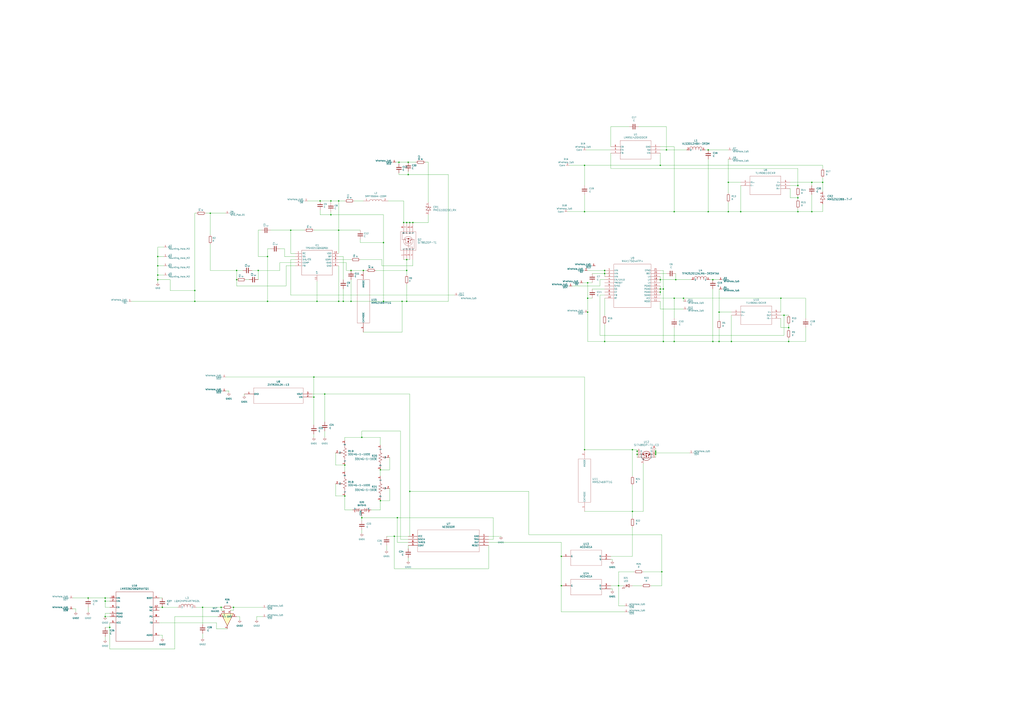
<source format=kicad_sch>
(kicad_sch (version 20230121) (generator eeschema)
  (paper "A1")
  (junction (at 655.32 162.56))
  (junction (at 554.99 229.87))
  (junction (at 666.75 173.99))
  (junction (at 278.13 247.65))
  (junction (at 553.72 245.11))
  (junction (at 543.56 469.9))
  (junction (at 166.37 499.11))
  (junction (at 181.61 499.11))
  (junction (at 219.71 247.65))
  (junction (at 544.83 237.49))
  (junction (at 608.33 173.99))
  (junction (at 129.54 226.06))
  (junction (at 330.2 247.65))
  (junction (at 496.57 224.79))
  (junction (at 288.29 247.65))
  (junction (at 590.55 280.67))
  (junction (at 90.17 515.62))
  (junction (at 461.01 481.33))
  (junction (at 647.7 280.67))
  (junction (at 257.81 309.88))
  (junction (at 544.83 280.67))
  (junction (at 523.24 373.38))
  (junction (at 212.09 222.25))
  (junction (at 334.01 213.36))
  (junction (at 581.66 123.19))
  (junction (at 666.75 149.86))
  (junction (at 585.47 280.67))
  (junction (at 519.43 420.37))
  (junction (at 547.37 123.19))
  (junction (at 271.78 176.53))
  (junction (at 191.77 499.11))
  (junction (at 553.72 280.67))
  (junction (at 278.13 189.23))
  (junction (at 86.36 506.73))
  (junction (at 288.29 222.25))
  (junction (at 655.32 173.99))
  (junction (at 482.6 256.54))
  (junction (at 585.47 229.87))
  (junction (at 334.01 182.88))
  (junction (at 480.06 173.99))
  (junction (at 331.47 182.88))
  (junction (at 561.34 245.11))
  (junction (at 538.48 370.84))
  (junction (at 219.71 210.82))
  (junction (at 271.78 165.1))
  (junction (at 129.54 218.44))
  (junction (at 312.42 411.48))
  (junction (at 508 481.33))
  (junction (at 266.7 323.85))
  (junction (at 326.39 425.45))
  (junction (at 553.72 173.99))
  (junction (at 335.28 133.35))
  (junction (at 129.54 229.87))
  (junction (at 160.02 238.76))
  (junction (at 312.42 386.08))
  (junction (at 327.66 133.35))
  (junction (at 194.31 222.25))
  (junction (at 297.18 359.41))
  (junction (at 257.81 326.39))
  (junction (at 655.32 152.4))
  (junction (at 339.09 182.88))
  (junction (at 641.35 245.11))
  (junction (at 72.39 491.49))
  (junction (at 590.55 256.54))
  (junction (at 542.29 240.03))
  (junction (at 283.21 407.67))
  (junction (at 314.96 199.39))
  (junction (at 262.89 165.1))
  (junction (at 194.31 229.87))
  (junction (at 598.17 173.99))
  (junction (at 600.71 280.67))
  (junction (at 86.36 494.03))
  (junction (at 461.01 457.2))
  (junction (at 538.48 373.38))
  (junction (at 86.36 491.49))
  (junction (at 335.28 143.51))
  (junction (at 336.55 403.86))
  (junction (at 172.72 175.26))
  (junction (at 281.94 247.65))
  (junction (at 496.57 222.25))
  (junction (at 480.06 369.57))
  (junction (at 496.57 280.67))
  (junction (at 647.7 269.24))
  (junction (at 598.17 149.86))
  (junction (at 542.29 237.49))
  (junction (at 482.6 232.41))
  (junction (at 336.55 182.88))
  (junction (at 283.21 382.27))
  (junction (at 482.6 245.11))
  (junction (at 133.35 499.11))
  (junction (at 523.24 370.84))
  (junction (at 581.66 173.99))
  (junction (at 334.01 222.25))
  (junction (at 675.64 149.86))
  (junction (at 538.48 372.11))
  (junction (at 160.02 247.65))
  (junction (at 238.76 189.23))
  (junction (at 643.89 259.08))
  (junction (at 314.96 247.65))
  (junction (at 480.06 135.89))
  (junction (at 129.54 210.82))
  (junction (at 278.13 165.1))
  (junction (at 298.45 222.25))
  (junction (at 260.35 247.65))
  (junction (at 519.43 369.57))
  (junction (at 542.29 229.87))
  (junction (at 334.01 247.65))
  (junction (at 323.85 440.69))
  (junction (at 542.29 135.89))
  (junction (at 297.18 425.45))
  (wire (pts (xy 314.96 247.65) (xy 288.29 247.65)))
  (wire (pts (xy 194.31 229.87) (xy 194.31 234.95)))
  (wire (pts (xy 308.61 222.25) (xy 334.01 222.25)))
  (wire (pts (xy 334.01 222.25) (xy 334.01 226.06)))
  (wire (pts (xy 222.25 204.47) (xy 219.71 204.47)))
  (wire (pts (xy 523.24 373.38) (xy 523.24 375.92)))
  (wire (pts (xy 486.41 224.79) (xy 496.57 224.79)))
  (wire (pts (xy 553.72 120.65) (xy 553.72 173.99)))
  (wire (pts (xy 519.43 369.57) (xy 519.43 391.16)))
  (wire (pts (xy 271.78 176.53) (xy 314.96 176.53)))
  (wire (pts (xy 655.32 173.99) (xy 608.33 173.99)))
  (wire (pts (xy 501.65 138.43) (xy 501.65 125.73)))
  (wire (pts (xy 542.29 237.49) (xy 542.29 240.03)))
  (wire (pts (xy 130.81 491.49) (xy 133.35 491.49)))
  (wire (pts (xy 304.8 419.1) (xy 312.42 419.1)))
  (wire (pts (xy 542.29 224.79) (xy 547.37 224.79)))
  (wire (pts (xy 281.94 229.87) (xy 281.94 210.82)))
  (wire (pts (xy 543.56 439.42) (xy 434.34 439.42)))
  (wire (pts (xy 320.04 386.08) (xy 312.42 386.08)))
  (wire (pts (xy 177.8 516.89) (xy 186.69 516.89)))
  (wire (pts (xy 133.35 499.11) (xy 146.05 499.11)))
  (wire (pts (xy 655.32 153.67) (xy 655.32 152.4)))
  (wire (pts (xy 331.47 165.1) (xy 331.47 182.88)))
  (wire (pts (xy 129.54 210.82) (xy 134.62 210.82)))
  (wire (pts (xy 501.65 457.2) (xy 519.43 457.2)))
  (wire (pts (xy 538.48 368.3) (xy 538.48 370.84)))
  (wire (pts (xy 647.7 278.13) (xy 647.7 280.67)))
  (wire (pts (xy 318.77 165.1) (xy 331.47 165.1)))
  (wire (pts (xy 524.51 104.14) (xy 547.37 104.14)))
  (wire (pts (xy 194.31 506.73) (xy 196.85 506.73)))
  (wire (pts (xy 90.17 499.11) (xy 86.36 499.11)))
  (wire (pts (xy 275.59 372.11) (xy 275.59 382.27)))
  (wire (pts (xy 260.35 231.14) (xy 260.35 247.65)))
  (wire (pts (xy 284.48 222.25) (xy 288.29 222.25)))
  (wire (pts (xy 257.81 326.39) (xy 256.54 326.39)))
  (wire (pts (xy 143.51 533.4) (xy 90.17 533.4)))
  (wire (pts (xy 59.69 491.49) (xy 72.39 491.49)))
  (wire (pts (xy 334.01 213.36) (xy 336.55 213.36)))
  (wire (pts (xy 538.48 370.84) (xy 538.48 372.11)))
  (wire (pts (xy 486.41 237.49) (xy 496.57 237.49)))
  (wire (pts (xy 496.57 224.79) (xy 496.57 227.33)))
  (wire (pts (xy 513.08 497.84) (xy 508 497.84)))
  (wire (pts (xy 328.93 443.23) (xy 328.93 354.33)))
  (wire (pts (xy 257.81 309.88) (xy 257.81 326.39)))
  (wire (pts (xy 288.29 229.87) (xy 288.29 247.65)))
  (wire (pts (xy 330.2 273.05) (xy 330.2 247.65)))
  (wire (pts (xy 547.37 104.14) (xy 547.37 123.19)))
  (wire (pts (xy 401.32 448.31) (xy 401.32 467.36)))
  (wire (pts (xy 233.68 204.47) (xy 233.68 210.82)))
  (wire (pts (xy 283.21 361.95) (xy 283.21 359.41)))
  (wire (pts (xy 519.43 369.57) (xy 523.24 369.57)))
  (wire (pts (xy 351.79 133.35) (xy 351.79 166.37)))
  (wire (pts (xy 129.54 203.2) (xy 134.62 203.2)))
  (wire (pts (xy 143.51 506.73) (xy 143.51 533.4)))
  (wire (pts (xy 166.37 499.11) (xy 166.37 513.08)))
  (wire (pts (xy 222.25 189.23) (xy 238.76 189.23)))
  (wire (pts (xy 281.94 210.82) (xy 278.13 210.82)))
  (wire (pts (xy 266.7 323.85) (xy 256.54 323.85)))
  (wire (pts (xy 492.76 275.59) (xy 643.89 275.59)))
  (wire (pts (xy 411.48 440.69) (xy 401.32 440.69)))
  (wire (pts (xy 275.59 407.67) (xy 283.21 407.67)))
  (wire (pts (xy 496.57 242.57) (xy 492.76 242.57)))
  (wire (pts (xy 554.99 224.79) (xy 554.99 229.87)))
  (wire (pts (xy 590.55 256.54) (xy 600.71 256.54)))
  (wire (pts (xy 401.32 467.36) (xy 323.85 467.36)))
  (wire (pts (xy 328.93 354.33) (xy 297.18 354.33)))
  (wire (pts (xy 675.64 135.89) (xy 542.29 135.89)))
  (wire (pts (xy 129.54 218.44) (xy 134.62 218.44)))
  (wire (pts (xy 266.7 346.71) (xy 266.7 323.85)))
  (wire (pts (xy 336.55 440.69) (xy 336.55 403.86)))
  (wire (pts (xy 314.96 199.39) (xy 314.96 247.65)))
  (wire (pts (xy 288.29 247.65) (xy 281.94 247.65)))
  (wire (pts (xy 172.72 200.66) (xy 172.72 222.25)))
  (wire (pts (xy 187.96 321.31) (xy 187.96 322.58)))
  (wire (pts (xy 641.35 269.24) (xy 647.7 269.24)))
  (wire (pts (xy 185.42 321.31) (xy 187.96 321.31)))
  (wire (pts (xy 373.38 242.57) (xy 238.76 242.57)))
  (wire (pts (xy 262.89 172.72) (xy 262.89 176.53)))
  (wire (pts (xy 191.77 499.11) (xy 190.5 499.11)))
  (wire (pts (xy 542.29 245.11) (xy 553.72 245.11)))
  (wire (pts (xy 161.29 499.11) (xy 166.37 499.11)))
  (wire (pts (xy 661.67 261.62) (xy 661.67 245.11)))
  (wire (pts (xy 262.89 176.53) (xy 271.78 176.53)))
  (wire (pts (xy 314.96 176.53) (xy 314.96 199.39)))
  (wire (pts (xy 86.36 491.49) (xy 90.17 491.49)))
  (wire (pts (xy 542.29 247.65) (xy 542.29 254)))
  (wire (pts (xy 335.28 440.69) (xy 323.85 440.69)))
  (wire (pts (xy 133.35 521.97) (xy 133.35 524.51)))
  (wire (pts (xy 281.94 247.65) (xy 278.13 247.65)))
  (wire (pts (xy 233.68 210.82) (xy 242.57 210.82)))
  (wire (pts (xy 401.32 443.23) (xy 405.13 443.23)))
  (wire (pts (xy 62.23 500.38) (xy 62.23 502.92)))
  (wire (pts (xy 544.83 237.49) (xy 542.29 237.49)))
  (wire (pts (xy 238.76 208.28) (xy 242.57 208.28)))
  (wire (pts (xy 196.85 506.73) (xy 196.85 509.27)))
  (wire (pts (xy 331.47 182.88) (xy 334.01 182.88)))
  (wire (pts (xy 561.34 245.11) (xy 561.34 247.65)))
  (wire (pts (xy 250.19 189.23) (xy 238.76 189.23)))
  (wire (pts (xy 480.06 420.37) (xy 519.43 420.37)))
  (wire (pts (xy 482.6 245.11) (xy 482.6 232.41)))
  (wire (pts (xy 312.42 359.41) (xy 312.42 365.76)))
  (wire (pts (xy 334.01 247.65) (xy 330.2 247.65)))
  (wire (pts (xy 275.59 397.51) (xy 275.59 407.67)))
  (wire (pts (xy 553.72 173.99) (xy 581.66 173.99)))
  (wire (pts (xy 219.71 210.82) (xy 219.71 247.65)))
  (wire (pts (xy 590.55 270.51) (xy 590.55 280.67)))
  (wire (pts (xy 129.54 229.87) (xy 139.7 229.87)))
  (wire (pts (xy 554.99 229.87) (xy 567.69 229.87)))
  (wire (pts (xy 590.55 237.49) (xy 590.55 256.54)))
  (wire (pts (xy 598.17 173.99) (xy 608.33 173.99)))
  (wire (pts (xy 666.75 173.99) (xy 655.32 173.99)))
  (wire (pts (xy 275.59 382.27) (xy 283.21 382.27)))
  (wire (pts (xy 90.17 533.4) (xy 90.17 515.62)))
  (wire (pts (xy 647.7 269.24) (xy 647.7 270.51)))
  (wire (pts (xy 349.25 133.35) (xy 351.79 133.35)))
  (wire (pts (xy 486.41 245.11) (xy 482.6 245.11)))
  (wire (pts (xy 129.54 210.82) (xy 129.54 218.44)))
  (wire (pts (xy 129.54 226.06) (xy 134.62 226.06)))
  (wire (pts (xy 238.76 213.36) (xy 242.57 213.36)))
  (wire (pts (xy 590.55 280.67) (xy 600.71 280.67)))
  (wire (pts (xy 528.32 420.37) (xy 528.32 381)))
  (wire (pts (xy 434.34 403.86) (xy 336.55 403.86)))
  (wire (pts (xy 339.09 182.88) (xy 351.79 182.88)))
  (wire (pts (xy 330.2 247.65) (xy 314.96 247.65)))
  (wire (pts (xy 326.39 425.45) (xy 297.18 425.45)))
  (wire (pts (xy 501.65 483.87) (xy 502.92 483.87)))
  (wire (pts (xy 313.69 218.44) (xy 313.69 213.36)))
  (wire (pts (xy 317.5 448.31) (xy 317.5 452.12)))
  (wire (pts (xy 129.54 218.44) (xy 129.54 226.06)))
  (wire (pts (xy 281.94 237.49) (xy 281.94 247.65)))
  (wire (pts (xy 323.85 467.36) (xy 323.85 440.69)))
  (wire (pts (xy 641.35 261.62) (xy 641.35 269.24)))
  (wire (pts (xy 675.64 146.05) (xy 675.64 149.86)))
  (wire (pts (xy 496.57 245.11) (xy 496.57 259.08)))
  (wire (pts (xy 184.15 501.65) (xy 181.61 501.65)))
  (wire (pts (xy 266.7 354.33) (xy 266.7 359.41)))
  (wire (pts (xy 482.6 280.67) (xy 482.6 256.54)))
  (wire (pts (xy 129.54 226.06) (xy 129.54 229.87)))
  (wire (pts (xy 238.76 242.57) (xy 238.76 213.36)))
  (wire (pts (xy 177.8 511.81) (xy 177.8 516.89)))
  (wire (pts (xy 666.75 160.02) (xy 666.75 173.99)))
  (wire (pts (xy 194.31 222.25) (xy 194.31 229.87)))
  (wire (pts (xy 189.23 501.65) (xy 191.77 501.65)))
  (wire (pts (xy 166.37 499.11) (xy 181.61 499.11)))
  (wire (pts (xy 160.02 175.26) (xy 160.02 238.76)))
  (wire (pts (xy 229.87 222.25) (xy 212.09 222.25)))
  (wire (pts (xy 401.32 445.77) (xy 461.01 445.77)))
  (wire (pts (xy 600.71 259.08) (xy 600.71 280.67)))
  (wire (pts (xy 242.57 215.9) (xy 229.87 215.9)))
  (wire (pts (xy 168.91 175.26) (xy 172.72 175.26)))
  (wire (pts (xy 327.66 133.35) (xy 335.28 133.35)))
  (wire (pts (xy 90.17 511.81) (xy 90.17 515.62)))
  (wire (pts (xy 130.81 499.11) (xy 133.35 499.11)))
  (wire (pts (xy 339.09 213.36) (xy 339.09 218.44)))
  (wire (pts (xy 130.81 521.97) (xy 133.35 521.97)))
  (wire (pts (xy 516.89 104.14) (xy 501.65 104.14)))
  (wire (pts (xy 582.93 229.87) (xy 585.47 229.87)))
  (wire (pts (xy 482.6 280.67) (xy 496.57 280.67)))
  (wire (pts (xy 585.47 237.49) (xy 585.47 280.67)))
  (wire (pts (xy 288.29 222.25) (xy 298.45 222.25)))
  (wire (pts (xy 480.06 369.57) (xy 519.43 369.57)))
  (wire (pts (xy 283.21 382.27) (xy 283.21 387.35)))
  (wire (pts (xy 229.87 204.47) (xy 233.68 204.47)))
  (wire (pts (xy 528.32 469.9) (xy 543.56 469.9)))
  (wire (pts (xy 295.91 199.39) (xy 314.96 199.39)))
  (wire (pts (xy 278.13 213.36) (xy 288.29 213.36)))
  (wire (pts (xy 553.72 261.62) (xy 553.72 245.11)))
  (wire (pts (xy 312.42 419.1) (xy 312.42 411.48)))
  (wire (pts (xy 661.67 280.67) (xy 647.7 280.67)))
  (wire (pts (xy 405.13 443.23) (xy 405.13 425.45)))
  (wire (pts (xy 260.35 247.65) (xy 219.71 247.65)))
  (wire (pts (xy 284.48 215.9) (xy 284.48 222.25)))
  (wire (pts (xy 72.39 491.49) (xy 86.36 491.49)))
  (wire (pts (xy 508 481.33) (xy 511.81 481.33)))
  (wire (pts (xy 598.17 166.37) (xy 598.17 173.99)))
  (wire (pts (xy 666.75 149.86) (xy 666.75 152.4)))
  (wire (pts (xy 598.17 158.75) (xy 598.17 149.86)))
  (wire (pts (xy 501.65 481.33) (xy 508 481.33)))
  (wire (pts (xy 86.36 499.11) (xy 86.36 494.03)))
  (wire (pts (xy 579.12 123.19) (xy 581.66 123.19)))
  (wire (pts (xy 608.33 152.4) (xy 608.33 173.99)))
  (wire (pts (xy 519.43 398.78) (xy 519.43 420.37)))
  (wire (pts (xy 335.28 448.31) (xy 335.28 450.85)))
  (wire (pts (xy 90.17 504.19) (xy 86.36 504.19)))
  (wire (pts (xy 129.54 203.2) (xy 129.54 210.82)))
  (wire (pts (xy 185.42 175.26) (xy 172.72 175.26)))
  (wire (pts (xy 648.97 162.56) (xy 655.32 162.56)))
  (wire (pts (xy 334.01 233.68) (xy 334.01 247.65)))
  (wire (pts (xy 643.89 259.08) (xy 647.7 259.08)))
  (wire (pts (xy 581.66 130.81) (xy 581.66 173.99)))
  (wire (pts (xy 257.81 189.23) (xy 278.13 189.23)))
  (wire (pts (xy 542.29 123.19) (xy 547.37 123.19)))
  (wire (pts (xy 278.13 165.1) (xy 283.21 165.1)))
  (wire (pts (xy 496.57 280.67) (xy 544.83 280.67)))
  (wire (pts (xy 501.65 138.43) (xy 655.32 138.43)))
  (wire (pts (xy 334.01 182.88) (xy 336.55 182.88)))
  (wire (pts (xy 312.42 386.08) (xy 312.42 391.16)))
  (wire (pts (xy 335.28 143.51) (xy 368.3 143.51)))
  (wire (pts (xy 534.67 481.33) (xy 543.56 481.33)))
  (wire (pts (xy 59.69 500.38) (xy 62.23 500.38)))
  (wire (pts (xy 538.48 373.38) (xy 538.48 375.92)))
  (wire (pts (xy 480.06 173.99) (xy 553.72 173.99)))
  (wire (pts (xy 655.32 138.43) (xy 655.32 152.4)))
  (wire (pts (xy 191.77 499.11) (xy 215.9 499.11)))
  (wire (pts (xy 405.13 425.45) (xy 326.39 425.45)))
  (wire (pts (xy 335.28 445.77) (xy 326.39 445.77)))
  (wire (pts (xy 544.83 280.67) (xy 553.72 280.67)))
  (wire (pts (xy 648.97 152.4) (xy 655.32 152.4)))
  (wire (pts (xy 461.01 502.92) (xy 461.01 481.33)))
  (wire (pts (xy 297.18 435.61) (xy 297.18 438.15)))
  (wire (pts (xy 542.29 254) (xy 561.34 254)))
  (wire (pts (xy 214.63 189.23) (xy 212.09 189.23)))
  (wire (pts (xy 278.13 218.44) (xy 278.13 247.65)))
  (wire (pts (xy 297.18 424.18) (xy 297.18 425.45)))
  (wire (pts (xy 86.36 504.19) (xy 86.36 506.73)))
  (wire (pts (xy 547.37 123.19) (xy 563.88 123.19)))
  (wire (pts (xy 538.48 372.11) (xy 538.48 373.38)))
  (wire (pts (xy 278.13 247.65) (xy 260.35 247.65)))
  (wire (pts (xy 335.28 458.47) (xy 335.28 461.01)))
  (wire (pts (xy 501.65 104.14) (xy 501.65 120.65)))
  (wire (pts (xy 90.17 494.03) (xy 86.36 494.03)))
  (wire (pts (xy 290.83 165.1) (xy 298.45 165.1)))
  (wire (pts (xy 335.28 443.23) (xy 328.93 443.23)))
  (wire (pts (xy 585.47 229.87) (xy 590.55 229.87)))
  (wire (pts (xy 334.01 213.36) (xy 334.01 222.25)))
  (wire (pts (xy 139.7 229.87) (xy 139.7 238.76)))
  (wire (pts (xy 502.92 483.87) (xy 502.92 485.14)))
  (wire (pts (xy 90.17 515.62) (xy 86.36 515.62)))
  (wire (pts (xy 655.32 171.45) (xy 655.32 173.99)))
  (wire (pts (xy 234.95 234.95) (xy 234.95 218.44)))
  (wire (pts (xy 480.06 160.02) (xy 480.06 173.99)))
  (wire (pts (xy 86.36 494.03) (xy 86.36 491.49)))
  (wire (pts (xy 523.24 369.57) (xy 523.24 370.84)))
  (wire (pts (xy 519.43 481.33) (xy 527.05 481.33)))
  (wire (pts (xy 542.29 135.89) (xy 480.06 135.89)))
  (wire (pts (xy 542.29 229.87) (xy 554.99 229.87)))
  (wire (pts (xy 252.73 165.1) (xy 262.89 165.1)))
  (wire (pts (xy 191.77 501.65) (xy 191.77 499.11)))
  (wire (pts (xy 561.34 245.11) (xy 641.35 245.11)))
  (wire (pts (xy 368.3 143.51) (xy 368.3 247.65)))
  (wire (pts (xy 335.28 133.35) (xy 341.63 133.35)))
  (wire (pts (xy 283.21 359.41) (xy 297.18 359.41)))
  (wire (pts (xy 204.47 229.87) (xy 201.93 229.87)))
  (wire (pts (xy 655.32 162.56) (xy 655.32 161.29)))
  (wire (pts (xy 542.29 222.25) (xy 544.83 222.25)))
  (wire (pts (xy 212.09 229.87) (xy 212.09 222.25)))
  (wire (pts (xy 542.29 227.33) (xy 542.29 229.87)))
  (wire (pts (xy 72.39 499.11) (xy 72.39 502.92)))
  (wire (pts (xy 643.89 275.59) (xy 643.89 259.08)))
  (wire (pts (xy 336.55 403.86) (xy 336.55 323.85)))
  (wire (pts (xy 598.17 130.81) (xy 598.17 149.86)))
  (wire (pts (xy 543.56 469.9) (xy 543.56 439.42)))
  (wire (pts (xy 278.13 215.9) (xy 284.48 215.9)))
  (wire (pts (xy 283.21 419.1) (xy 283.21 407.67)))
  (wire (pts (xy 130.81 511.81) (xy 177.8 511.81)))
  (wire (pts (xy 351.79 176.53) (xy 351.79 182.88)))
  (wire (pts (xy 496.57 266.7) (xy 496.57 280.67)))
  (wire (pts (xy 655.32 162.56) (xy 655.32 163.83)))
  (wire (pts (xy 257.81 309.88) (xy 480.06 309.88)))
  (wire (pts (xy 313.69 213.36) (xy 295.91 213.36)))
  (wire (pts (xy 496.57 229.87) (xy 492.76 229.87)))
  (wire (pts (xy 326.39 445.77) (xy 326.39 425.45)))
  (wire (pts (xy 172.72 222.25) (xy 194.31 222.25)))
  (wire (pts (xy 297.18 354.33) (xy 297.18 359.41)))
  (wire (pts (xy 480.06 309.88) (xy 480.06 369.57)))
  (wire (pts (xy 327.66 143.51) (xy 335.28 143.51)))
  (wire (pts (xy 229.87 215.9) (xy 229.87 222.25)))
  (wire (pts (xy 336.55 182.88) (xy 339.09 182.88)))
  (wire (pts (xy 278.13 165.1) (xy 278.13 189.23)))
  (wire (pts (xy 502.92 459.74) (xy 502.92 461.01)))
  (wire (pts (xy 519.43 433.07) (xy 519.43 457.2)))
  (wire (pts (xy 538.48 372.11) (xy 566.42 372.11)))
  (wire (pts (xy 368.3 247.65) (xy 334.01 247.65)))
  (wire (pts (xy 598.17 149.86) (xy 608.33 149.86)))
  (wire (pts (xy 238.76 189.23) (xy 238.76 208.28)))
  (wire (pts (xy 339.09 218.44) (xy 313.69 218.44)))
  (wire (pts (xy 289.56 419.1) (xy 283.21 419.1)))
  (wire (pts (xy 262.89 165.1) (xy 271.78 165.1)))
  (wire (pts (xy 492.76 242.57) (xy 492.76 275.59)))
  (wire (pts (xy 212.09 189.23) (xy 212.09 210.82)))
  (wire (pts (xy 200.66 323.85) (xy 200.66 325.12)))
  (wire (pts (xy 544.83 237.49) (xy 544.83 280.67)))
  (wire (pts (xy 542.29 125.73) (xy 542.29 135.89)))
  (wire (pts (xy 234.95 218.44) (xy 242.57 218.44)))
  (wire (pts (xy 219.71 204.47) (xy 219.71 210.82)))
  (wire (pts (xy 212.09 222.25) (xy 207.01 222.25)))
  (wire (pts (xy 181.61 501.65) (xy 181.61 499.11)))
  (wire (pts (xy 86.36 523.24) (xy 86.36 525.78)))
  (wire (pts (xy 590.55 262.89) (xy 590.55 256.54)))
  (wire (pts (xy 295.91 196.85) (xy 295.91 199.39)))
  (wire (pts (xy 320.04 401.32) (xy 320.04 411.48)))
  (wire (pts (xy 271.78 165.1) (xy 271.78 166.37)))
  (wire (pts (xy 513.08 502.92) (xy 461.01 502.92)))
  (wire (pts (xy 519.43 420.37) (xy 528.32 420.37)))
  (wire (pts (xy 481.33 123.19) (xy 501.65 123.19)))
  (wire (pts (xy 478.79 232.41) (xy 482.6 232.41)))
  (wire (pts (xy 317.5 440.69) (xy 323.85 440.69)))
  (wire (pts (xy 271.78 165.1) (xy 278.13 165.1)))
  (wire (pts (xy 271.78 173.99) (xy 271.78 176.53)))
  (wire (pts (xy 215.9 506.73) (xy 210.82 506.73)))
  (wire (pts (xy 434.34 439.42) (xy 434.34 403.86)))
  (wire (pts (xy 185.42 309.88) (xy 257.81 309.88)))
  (wire (pts (xy 461.01 445.77) (xy 461.01 457.2)))
  (wire (pts (xy 166.37 520.7) (xy 166.37 524.51)))
  (wire (pts (xy 129.54 229.87) (xy 129.54 232.41)))
  (wire (pts (xy 523.24 370.84) (xy 523.24 373.38)))
  (wire (pts (xy 661.67 245.11) (xy 641.35 245.11)))
  (wire (pts (xy 544.83 222.25) (xy 544.83 237.49)))
  (wire (pts (xy 181.61 499.11) (xy 182.88 499.11)))
  (wire (pts (xy 325.12 133.35) (xy 327.66 133.35)))
  (wire (pts (xy 139.7 238.76) (xy 160.02 238.76)))
  (wire (pts (xy 161.29 175.26) (xy 160.02 175.26)))
  (wire (pts (xy 542.29 240.03) (xy 542.29 242.57)))
  (wire (pts (xy 327.66 134.62) (xy 327.66 133.35)))
  (wire (pts (xy 86.36 506.73) (xy 90.17 506.73)))
  (wire (pts (xy 542.29 234.95) (xy 542.29 237.49)))
  (wire (pts (xy 553.72 280.67) (xy 585.47 280.67)))
  (wire (pts (xy 335.28 140.97) (xy 335.28 143.51)))
  (wire (pts (xy 553.72 280.67) (xy 553.72 269.24)))
  (wire (pts (xy 542.29 229.87) (xy 542.29 232.41)))
  (wire (pts (xy 107.95 247.65) (xy 160.02 247.65)))
  (wire (pts (xy 327.66 142.24) (xy 327.66 143.51)))
  (wire (pts (xy 482.6 222.25) (xy 496.57 222.25)))
  (wire (pts (xy 266.7 323.85) (xy 336.55 323.85)))
  (wire (pts (xy 492.76 234.95) (xy 469.9 234.95)))
  (wire (pts (xy 160.02 238.76) (xy 160.02 247.65)))
  (wire (pts (xy 648.97 149.86) (xy 666.75 149.86)))
  (wire (pts (xy 508 481.33) (xy 508 497.84)))
  (wire (pts (xy 179.07 506.73) (xy 143.51 506.73)))
  (wire (pts (xy 647.7 269.24) (xy 647.7 266.7)))
  (wire (pts (xy 590.55 280.67) (xy 585.47 280.67)))
  (wire (pts (xy 675.64 138.43) (xy 675.64 135.89)))
  (wire (pts (xy 467.36 135.89) (xy 480.06 135.89)))
  (wire (pts (xy 466.09 173.99) (xy 480.06 173.99)))
  (wire (pts (xy 257.81 356.87) (xy 257.81 359.41)))
  (wire (pts (xy 553.72 245.11) (xy 561.34 245.11)))
  (wire (pts (xy 501.65 459.74) (xy 502.92 459.74)))
  (wire (pts (xy 675.64 149.86) (xy 675.64 157.48)))
  (wire (pts (xy 492.76 229.87) (xy 492.76 234.95)))
  (wire (pts (xy 172.72 175.26) (xy 172.72 193.04)))
  (wire (pts (xy 298.45 222.25) (xy 300.99 222.25)))
  (wire (pts (xy 543.56 481.33) (xy 543.56 469.9)))
  (wire (pts (xy 320.04 375.92) (xy 320.04 386.08)))
  (wire (pts (xy 520.7 469.9) (xy 508 469.9)))
  (wire (pts (xy 160.02 247.65) (xy 219.71 247.65)))
  (wire (pts (xy 461.01 457.2) (xy 461.01 481.33)))
  (wire (pts (xy 297.18 359.41) (xy 312.42 359.41)))
  (wire (pts (xy 519.43 420.37) (xy 519.43 425.45)))
  (wire (pts (xy 508 469.9) (xy 508 481.33)))
  (wire (pts (xy 194.31 234.95) (xy 234.95 234.95)))
  (wire (pts (xy 482.6 232.41) (xy 486.41 232.41)))
  (wire (pts (xy 641.35 256.54) (xy 641.35 245.11)))
  (wire (pts (xy 199.39 222.25) (xy 194.31 222.25)))
  (wire (pts (xy 675.64 173.99) (xy 666.75 173.99)))
  (wire (pts (xy 297.18 425.45) (xy 297.18 427.99)))
  (wire (pts (xy 480.06 152.4) (xy 480.06 135.89)))
  (wire (pts (xy 298.45 273.05) (xy 330.2 273.05)))
  (wire (pts (xy 278.13 208.28) (xy 278.13 189.23)))
  (wire (pts (xy 675.64 167.64) (xy 675.64 173.99)))
  (wire (pts (xy 257.81 326.39) (xy 257.81 349.25)))
  (wire (pts (xy 331.47 213.36) (xy 334.01 213.36)))
  (wire (pts (xy 661.67 280.67) (xy 661.67 269.24)))
  (wire (pts (xy 647.7 280.67) (xy 600.71 280.67)))
  (wire (pts (xy 320.04 411.48) (xy 312.42 411.48)))
  (wire (pts (xy 641.35 259.08) (xy 643.89 259.08)))
  (wire (pts (xy 666.75 149.86) (xy 675.64 149.86)))
  (wire (pts (xy 210.82 506.73) (xy 210.82 509.27)))
  (wire (pts (xy 648.97 154.94) (xy 648.97 162.56)))
  (wire (pts (xy 482.6 256.54) (xy 482.6 245.11)))
  (wire (pts (xy 542.29 120.65) (xy 553.72 120.65)))
  (wire (pts (xy 278.13 189.23) (xy 295.91 189.23)))
  (wire (pts (xy 598.17 173.99) (xy 581.66 173.99)))
  (wire (pts (xy 212.09 210.82) (xy 219.71 210.82)))
  (wire (pts (xy 496.57 224.79) (xy 496.57 222.25)))
  (wire (pts (xy 581.66 123.19) (xy 598.17 123.19)))
  (symbol (lib_id "Main_PCB_001-rescue:TPS40211QDGQRQ1-TPS40211QDGQRQ1") (at 242.57 208.28 0) (unit 1)
    (property "Reference" "IC1" (at 260.35 201.549 0))
    (property "Value" "TPS40211QDGQRQ1" (at 260.35 203.8604 0))
    (property "Footprint" "ul_TPS40211DRCT:DRC0010J" (effects hide))
    (property "Datasheet" "http://www.ti.com/lit/gpn/tps40211-q1" (effects hide))
    (property "Description" "4.5V to 52V Wide Input range current mode boost controller with 260 mV reference voltage" (effects hide))
    (property "Height" "1.1" (effects hide))
    (property "Manufacturer_Name" "Texas Instruments" (effects hide))
    (property "Manufacturer_Part_Number" "TPS40211QDGQRQ1" (effects hide))
    (property "Mouser Part Number" "595-TPS40211QDGQRQ1" (effects hide))
    (property "Mouser Price/Stock" "https://www.mouser.co.uk/ProductDetail/Texas-Instruments/TPS40211QDGQRQ1?qs=XGzIaZb%2FFYKjJ5OLwHPUhQ%3D%3D" (effects hide))
    (property "Arrow Part Number" "TPS40211QDGQRQ1" (effects hide))
    (property "Arrow Price/Stock" "https://www.arrow.com/en/products/tps40211qdgqrq1/texas-instruments?region=nac" (effects hide))
  )
  (symbol (lib_id "Device:R") (at 172.72 196.85 0) (unit 1)
    (property "Reference" "R2" (at 174.498 195.6816 0) (effects (justify left)))
    (property "Value" "R" (at 174.498 197.993 0) (effects (justify left)))
    (property "Footprint" "Resistor_SMD:R_0603_1608Metric_Pad0.98x0.95mm_HandSolder" (effects hide))
  )
  (symbol (lib_id "Device:R") (at 165.1 175.26 90) (unit 1)
    (property "Reference" "R1" (at 163.9316 173.482 0) (effects (justify left)))
    (property "Value" "R" (at 166.243 173.482 0) (effects (justify left)))
    (property "Footprint" "Resistor_SMD:R_0603_1608Metric_Pad0.98x0.95mm_HandSolder" (effects hide))
  )
  (symbol (lib_id "Device:R") (at 292.1 213.36 90) (unit 1)
    (property "Reference" "R6" (at 290.9316 211.582 0) (effects (justify left)))
    (property "Value" "R" (at 293.243 211.582 0) (effects (justify left)))
    (property "Footprint" "Resistor_SMD:R_0603_1608Metric_Pad0.98x0.95mm_HandSolder" (effects hide))
  )
  (symbol (lib_id "Device:R") (at 304.8 222.25 90) (unit 1)
    (property "Reference" "R7" (at 303.6316 220.472 0) (effects (justify left)))
    (property "Value" "R" (at 305.943 220.472 0) (effects (justify left)))
    (property "Footprint" "Resistor_SMD:R_0603_1608Metric_Pad0.98x0.95mm_HandSolder" (effects hide))
  )
  (symbol (lib_id "Device:R") (at 254 189.23 90) (unit 1)
    (property "Reference" "R4" (at 252.8316 187.452 0) (effects (justify left)))
    (property "Value" "R" (at 255.143 187.452 0) (effects (justify left)))
    (property "Footprint" "Resistor_SMD:R_0603_1608Metric_Pad0.98x0.95mm_HandSolder" (effects hide))
  )
  (symbol (lib_id "Device:R") (at 334.01 229.87 0) (unit 1)
    (property "Reference" "R8" (at 335.788 228.7016 0) (effects (justify left)))
    (property "Value" "R" (at 335.788 231.013 0) (effects (justify left)))
    (property "Footprint" "Resistor_SMD:R_0805_2012Metric_Pad1.20x1.40mm_HandSolder" (effects hide))
  )
  (symbol (lib_id "Device:C") (at 208.28 229.87 90) (unit 1)
    (property "Reference" "C2" (at 207.1116 226.949 0) (effects (justify left)))
    (property "Value" "C" (at 209.423 226.949 0) (effects (justify left)))
    (property "Footprint" "Capacitor_SMD:C_0805_2012Metric_Pad1.18x1.45mm_HandSolder" (effects hide))
  )
  (symbol (lib_id "Device:R") (at 198.12 229.87 90) (unit 1)
    (property "Reference" "R3" (at 196.9516 228.092 0) (effects (justify left)))
    (property "Value" "R" (at 199.263 228.092 0) (effects (justify left)))
    (property "Footprint" "Resistor_SMD:R_0603_1608Metric_Pad0.98x0.95mm_HandSolder" (effects hide))
  )
  (symbol (lib_id "Device:C") (at 218.44 189.23 90) (unit 1)
    (property "Reference" "C3" (at 217.2716 186.309 0) (effects (justify left)))
    (property "Value" "C" (at 219.583 186.309 0) (effects (justify left)))
    (property "Footprint" "Capacitor_SMD:C_0805_2012Metric_Pad1.18x1.45mm_HandSolder" (effects hide))
  )
  (symbol (lib_id "Device:C") (at 295.91 193.04 0) (unit 1)
    (property "Reference" "C12" (at 298.831 191.8716 0) (effects (justify left)))
    (property "Value" "C" (at 298.831 194.183 0) (effects (justify left)))
    (property "Footprint" "Capacitor_SMD:C_0603_1608Metric_Pad1.08x0.95mm_HandSolder" (effects hide))
  )
  (symbol (lib_id "Device:C") (at 203.2 222.25 90) (unit 1)
    (property "Reference" "C1" (at 202.0316 219.329 0) (effects (justify left)))
    (property "Value" "C" (at 204.343 219.329 0) (effects (justify left)))
    (property "Footprint" "Capacitor_SMD:C_0805_2012Metric_Pad1.18x1.45mm_HandSolder" (effects hide))
  )
  (symbol (lib_id "Device:C") (at 226.06 204.47 90) (unit 1)
    (property "Reference" "C4" (at 224.8916 201.549 0) (effects (justify left)))
    (property "Value" "C" (at 227.203 201.549 0) (effects (justify left)))
    (property "Footprint" "Capacitor_SMD:C_0805_2012Metric_Pad1.18x1.45mm_HandSolder" (effects hide))
  )
  (symbol (lib_id "Device:C") (at 288.29 226.06 0) (unit 1)
    (property "Reference" "C11" (at 291.211 224.8916 0) (effects (justify left)))
    (property "Value" "C" (at 291.211 227.203 0) (effects (justify left)))
    (property "Footprint" "Capacitor_SMD:C_0805_2012Metric_Pad1.18x1.45mm_HandSolder" (effects hide))
  )
  (symbol (lib_id "SRP7050AA-220M:SRP7050AA-220M") (at 298.45 165.1 0) (unit 1)
    (property "Reference" "L2" (at 308.61 158.75 0))
    (property "Value" "SRP7050AA-220M" (at 308.61 161.29 0))
    (property "Footprint" "ul_SRP7050AA-470M:IND_SRP7050AA_BRN" (effects hide))
    (property "Datasheet" "https://www.bourns.com/docs/Product-Datasheets/SRP7050AA.pdf" (effects hide))
    (property "Description" "Shielded Power Inductor 22uH" (effects hide))
    (property "Height" "5" (effects hide))
    (property "Manufacturer_Name" "Bourns" (effects hide))
    (property "Manufacturer_Part_Number" "SRP7050AA-220M" (effects hide))
    (property "Mouser Part Number" "652-SRP7050AA-220M" (effects hide))
    (property "Mouser Price/Stock" "https://www.mouser.co.uk/ProductDetail/Bourns/SRP7050AA-220M?qs=CiayqK2gdcLzSCtuPAylpQ%3D%3D" (effects hide))
  )
  (symbol (lib_id "AO3401A:AO3401A") (at 461.01 457.2 0) (unit 1)
    (property "Reference" "U13" (at 481.33 447.04 0) (effects (font (size 1.524 1.524))))
    (property "Value" "AO3401A" (at 481.33 449.58 0) (effects (font (size 1.524 1.524))))
    (property "Footprint" "ul_AO3401A:SOT-23-3L_AOS" (effects hide))
    (property "Datasheet" "AO3401A" (effects hide))
  )
  (symbol (lib_id "Device:R") (at 530.86 481.33 90) (unit 1)
    (property "Reference" "R23" (at 530.86 474.98 90))
    (property "Value" "R" (at 530.86 477.52 90))
    (property "Footprint" "Resistor_SMD:R_0603_1608Metric_Pad0.98x0.95mm_HandSolder" (effects hide))
  )
  (symbol (lib_id "power:GND2") (at 72.39 502.92 0) (unit 1)
    (property "Reference" "#PWR017" (effects hide))
    (property "Value" "GND2" (at 72.39 508 0))
  )
  (symbol (lib_id "power:GND2") (at 166.37 524.51 0) (unit 1)
    (property "Reference" "#PWR012" (effects hide))
    (property "Value" "GND2" (at 166.37 529.59 0))
  )
  (symbol (lib_id "Connectors_for_Wire:WireHole_1p5") (at 107.95 247.65 180) (unit 1)
    (property "Reference" "D1" (at 104.14 248.9201 0) (effects (justify left)))
    (property "Value" "WireHole_1p5" (at 104.14 246.3801 0) (effects (justify left)))
    (property "Footprint" "Wire_holes:WireHole_1p2" (effects hide))
  )
  (symbol (lib_id "Device:C") (at 335.28 454.66 0) (mirror y) (unit 1)
    (property "Reference" "C24" (at 331.47 453.39 0) (effects (justify left)))
    (property "Value" "C" (at 331.47 455.93 0) (effects (justify left)))
    (property "Footprint" "Capacitor_SMD:C_0603_1608Metric_Pad1.08x0.95mm_HandSolder" (effects hide))
  )
  (symbol (lib_id "Mounting_Holes:Mounting_Hole_M2") (at 137.16 210.82 0) (unit 1)
    (property "Reference" "U3" (at 138.43 209.5499 0) (effects (justify left)))
    (property "Value" "Mounting_Hole_M2" (at 138.43 212.0899 0) (effects (justify left)))
    (property "Footprint" "Wire_holes:WireHole_1p5" (effects hide))
  )
  (symbol (lib_id "NE555DB:NE555DR") (at 401.32 440.69 0) (mirror y) (unit 1)
    (property "Reference" "U7" (at 368.3 430.53 0) (effects (font (size 1.524 1.524))))
    (property "Value" "NE555DR" (at 368.3 433.07 0) (effects (font (size 1.524 1.524))))
    (property "Footprint" "ul_NE555DR:D8" (effects hide))
    (property "Datasheet" "NE555DR" (effects hide))
  )
  (symbol (lib_id "Device:C") (at 257.81 353.06 0) (unit 1)
    (property "Reference" "C22" (at 261.62 351.79 0) (effects (justify left)))
    (property "Value" "C" (at 261.62 354.33 0) (effects (justify left)))
    (property "Footprint" "Capacitor_SMD:C_0603_1608Metric_Pad1.08x0.95mm_HandSolder" (effects hide))
  )
  (symbol (lib_id "Device:R") (at 496.57 262.89 0) (unit 1)
    (property "Reference" "R16" (at 499.11 261.62 0) (effects (justify left)))
    (property "Value" "R" (at 499.11 264.16 0) (effects (justify left)))
    (property "Footprint" "Resistor_SMD:R_0603_1608Metric_Pad0.98x0.95mm_HandSolder" (effects hide))
  )
  (symbol (lib_id "Device:C") (at 520.7 104.14 90) (unit 1)
    (property "Reference" "C17" (at 520.7 96.52 90))
    (property "Value" "C" (at 520.7 99.06 90))
    (property "Footprint" "Capacitor_SMD:C_0603_1608Metric_Pad1.08x0.95mm_HandSolder" (effects hide))
  )
  (symbol (lib_id "Amplifier_Current:INA193") (at 186.69 509.27 90) (mirror x) (unit 1)
    (property "Reference" "U17" (at 176.53 499.8019 90))
    (property "Value" "INA193" (at 176.53 502.3419 90))
    (property "Footprint" "Package_TO_SOT_SMD:SOT-23-5" (effects hide))
    (property "Datasheet" "http://www.ti.com/lit/ds/symlink/ina193.pdf" (effects hide))
  )
  (symbol (lib_id "power:GND1") (at 200.66 325.12 0) (unit 1)
    (property "Reference" "#PWR01" (effects hide))
    (property "Value" "GND1" (at 200.66 330.2 0))
  )
  (symbol (lib_id "Connectors_for_Wire:WireHole_1p5") (at 467.36 135.89 180) (unit 1)
    (property "Reference" "D16" (at 464.82 130.81 0))
    (property "Value" "WireHole_1p5" (at 464.82 133.35 0))
    (property "Footprint" "Wire_holes:WireHole_1p2" (effects hide))
  )
  (symbol (lib_id "Device:C") (at 486.41 228.6 0) (unit 1)
    (property "Reference" "C7" (at 490.22 227.33 0) (effects (justify left)))
    (property "Value" "C" (at 490.22 229.87 0) (effects (justify left)))
    (property "Footprint" "Capacitor_SMD:C_0805_2012Metric_Pad1.18x1.45mm_HandSolder" (effects hide))
  )
  (symbol (lib_id "Device:C") (at 317.5 444.5 0) (mirror y) (unit 1)
    (property "Reference" "C25" (at 313.69 444.5 0) (effects (justify left)))
    (property "Value" "C" (at 313.69 447.04 0) (effects (justify left)))
    (property "Footprint" "Capacitor_SMD:C_0805_2012Metric_Pad1.18x1.45mm_HandSolder" (effects hide))
  )
  (symbol (lib_id "Connectors_for_Wire:WireHole_1p5") (at 482.6 222.25 180) (unit 1)
    (property "Reference" "D2" (at 478.79 223.5201 0) (effects (justify left)))
    (property "Value" "WireHole_1p5" (at 478.79 220.9801 0) (effects (justify left)))
    (property "Footprint" "Wire_holes:WireHole_1p2" (effects hide))
  )
  (symbol (lib_id "Device:C") (at 480.06 156.21 0) (unit 1)
    (property "Reference" "C19" (at 483.87 154.94 0) (effects (justify left)))
    (property "Value" "C" (at 483.87 157.48 0) (effects (justify left)))
    (property "Footprint" "Capacitor_SMD:C_0805_2012Metric_Pad1.18x1.45mm_HandSolder" (effects hide))
  )
  (symbol (lib_id "power:GND2") (at 62.23 502.92 0) (unit 1)
    (property "Reference" "#PWR019" (effects hide))
    (property "Value" "GND2" (at 62.23 508 0))
  )
  (symbol (lib_id "Connectors_for_Wire:WireHole_1p5") (at 561.34 254 0) (unit 1)
    (property "Reference" "D12" (at 565.15 252.73 0) (effects (justify left)))
    (property "Value" "WireHole_1p5" (at 565.15 255.27 0) (effects (justify left)))
    (property "Footprint" "Wire_holes:WireHole_1p2" (effects hide))
  )
  (symbol (lib_id "Device:R") (at 519.43 429.26 0) (unit 1)
    (property "Reference" "R22" (at 521.97 427.99 0) (effects (justify left)))
    (property "Value" "R" (at 521.97 430.53 0) (effects (justify left)))
    (property "Footprint" "Resistor_SMD:R_0603_1608Metric_Pad0.98x0.95mm_HandSolder" (effects hide))
  )
  (symbol (lib_id "Device:C") (at 551.18 224.79 90) (unit 1)
    (property "Reference" "C6" (at 551.18 217.17 90))
    (property "Value" "C" (at 551.18 219.71 90))
    (property "Footprint" "Capacitor_SMD:C_0603_1608Metric_Pad1.08x0.95mm_HandSolder" (effects hide))
  )
  (symbol (lib_id "power:GND2") (at 133.35 524.51 0) (unit 1)
    (property "Reference" "#PWR014" (effects hide))
    (property "Value" "GND2" (at 133.35 529.59 0))
  )
  (symbol (lib_id "Connectors_for_Wire:WireHole_1p5") (at 590.55 229.87 0) (unit 1)
    (property "Reference" "D3" (at 594.36 228.6 0) (effects (justify left)))
    (property "Value" "WireHole_1p5" (at 594.36 231.14 0) (effects (justify left)))
    (property "Footprint" "Wire_holes:WireHole_1p2" (effects hide))
  )
  (symbol (lib_id "Connectors_for_Wire:WireHole_1p5") (at 513.08 502.92 0) (mirror x) (unit 1)
    (property "Reference" "D25" (at 516.89 504.1901 0) (effects (justify left)))
    (property "Value" "WireHole_1p5" (at 516.89 501.6501 0) (effects (justify left)))
    (property "Footprint" "Wire_holes:WireHole_1p2" (effects hide))
  )
  (symbol (lib_id "MMSZ4697T1G:MMSZ4697T1G") (at 480.06 420.37 90) (unit 1)
    (property "Reference" "U11" (at 486.41 393.7 90) (effects (font (size 1.524 1.524)) (justify right)))
    (property "Value" "MMSZ4697T1G" (at 486.41 396.24 90) (effects (font (size 1.524 1.524)) (justify right)))
    (property "Footprint" "ul_MMSZ4697T1G:SOD-123_ONS" (effects hide))
    (property "Datasheet" "MMSZ4697T1G" (effects hide))
  )
  (symbol (lib_id "Device:C") (at 585.47 233.68 0) (unit 1)
    (property "Reference" "C15" (at 589.28 232.41 0) (effects (justify left)))
    (property "Value" "C" (at 589.28 234.95 0) (effects (justify left)))
    (property "Footprint" "Capacitor_SMD:C_0805_2012Metric_Pad1.18x1.45mm_HandSolder" (effects hide))
  )
  (symbol (lib_id "power:GND1") (at 335.28 461.01 0) (mirror y) (unit 1)
    (property "Reference" "#PWR06" (effects hide))
    (property "Value" "GND1" (at 335.28 466.09 0))
  )
  (symbol (lib_id "Connectors_for_Wire:WireHole_1p5") (at 598.17 123.19 0) (unit 1)
    (property "Reference" "D7" (at 601.98 121.92 0) (effects (justify left)))
    (property "Value" "WireHole_1p5" (at 601.98 124.46 0) (effects (justify left)))
    (property "Footprint" "Wire_holes:WireHole_1p2" (effects hide))
  )
  (symbol (lib_id "Connectors_for_Wire:WireHole_1p5") (at 185.42 309.88 180) (unit 1)
    (property "Reference" "D22" (at 181.61 311.1501 0) (effects (justify left)))
    (property "Value" "WireHole_1p5" (at 181.61 308.6101 0) (effects (justify left)))
    (property "Footprint" "Wire_holes:WireHole_1p2" (effects hide))
  )
  (symbol (lib_id "Mounting_Holes:Mounting_Hole_M2") (at 137.16 226.06 0) (unit 1)
    (property "Reference" "U5" (at 138.43 224.7899 0) (effects (justify left)))
    (property "Value" "Mounting_Hole_M2" (at 138.43 227.3299 0) (effects (justify left)))
    (property "Footprint" "Wire_holes:WireHole_1p5" (effects hide))
  )
  (symbol (lib_id "power:GND1") (at 502.92 485.14 0) (mirror y) (unit 1)
    (property "Reference" "#PWR011" (effects hide))
    (property "Value" "GND1" (at 502.92 490.22 0))
  )
  (symbol (lib_id "Device:C") (at 271.78 170.18 0) (unit 1)
    (property "Reference" "C8" (at 274.701 169.0116 0) (effects (justify left)))
    (property "Value" "C" (at 274.701 171.323 0) (effects (justify left)))
    (property "Footprint" "Capacitor_SMD:C_0805_2012Metric_Pad1.18x1.45mm_HandSolder" (effects hide))
  )
  (symbol (lib_id "Device:R") (at 647.7 262.89 180) (unit 1)
    (property "Reference" "R10" (at 650.24 261.62 0) (effects (justify right)))
    (property "Value" "R" (at 650.24 264.16 0) (effects (justify right)))
    (property "Footprint" "Resistor_SMD:R_0603_1608Metric_Pad0.98x0.95mm_HandSolder" (effects hide))
  )
  (symbol (lib_id "Connectors_for_Wire:WireHole_1p5") (at 478.79 232.41 180) (unit 1)
    (property "Reference" "D5" (at 474.98 233.6801 0) (effects (justify left)))
    (property "Value" "WireHole_1p5" (at 474.98 231.1401 0) (effects (justify left)))
    (property "Footprint" "Wire_holes:WireHole_1p2" (effects hide))
  )
  (symbol (lib_id "Device:R") (at 519.43 394.97 0) (unit 1)
    (property "Reference" "R24" (at 521.97 393.7 0) (effects (justify left)))
    (property "Value" "R" (at 521.97 396.24 0) (effects (justify left)))
    (property "Footprint" "Resistor_SMD:R_0603_1608Metric_Pad0.98x0.95mm_HandSolder" (effects hide))
  )
  (symbol (lib_id "power:GND2") (at 86.36 506.73 0) (unit 1)
    (property "Reference" "#PWR015" (effects hide))
    (property "Value" "GND2" (at 86.36 511.81 0))
  )
  (symbol (lib_id "Device:C") (at 72.39 495.3 0) (unit 1)
    (property "Reference" "C29" (at 76.2 494.03 0) (effects (justify left)))
    (property "Value" "C" (at 76.2 496.57 0) (effects (justify left)))
    (property "Footprint" "Capacitor_SMD:C_0805_2012Metric_Pad1.18x1.45mm_HandSolder" (effects hide))
  )
  (symbol (lib_id "Mounting_Holes:Mounting_Hole_M2") (at 137.16 203.2 0) (unit 1)
    (property "Reference" "U2" (at 138.43 201.9299 0) (effects (justify left)))
    (property "Value" "Mounting_Hole_M2" (at 138.43 204.4699 0) (effects (justify left)))
    (property "Footprint" "Wire_holes:WireHole_1p5" (effects hide))
  )
  (symbol (lib_id "DCK5_TEX:TLV9061IDCKR") (at 600.71 256.54 0) (unit 1)
    (property "Reference" "U10" (at 621.03 246.38 0) (effects (font (size 1.524 1.524))))
    (property "Value" "TLV9061IDCKR" (at 621.03 248.92 0) (effects (font (size 1.524 1.524))))
    (property "Footprint" "ul_TLV9061IDCKR:DCK5_TEX" (effects hide))
    (property "Datasheet" "TLV9061IDCKR" (effects hide))
  )
  (symbol (lib_id "Connectors_for_Wire:WireHole_1p5") (at 59.69 500.38 180) (unit 1)
    (property "Reference" "D28" (at 55.88 501.6501 0) (effects (justify left)))
    (property "Value" "WireHole_1p5" (at 55.88 499.1101 0) (effects (justify left)))
    (property "Footprint" "Wire_holes:WireHole_1p2" (effects hide))
  )
  (symbol (lib_id "Device:C") (at 166.37 516.89 0) (unit 1)
    (property "Reference" "C28" (at 170.18 515.62 0) (effects (justify left)))
    (property "Value" "C" (at 170.18 518.16 0) (effects (justify left)))
    (property "Footprint" "Capacitor_SMD:C_0805_2012Metric_Pad1.18x1.45mm_HandSolder" (effects hide))
  )
  (symbol (lib_id "SI7489DP:SI7489DP-T1-E3") (at 528.32 381 90) (unit 1)
    (property "Reference" "U12" (at 530.86 363.22 90) (effects (font (size 1.524 1.524))))
    (property "Value" "SI7489DP-T1-E3" (at 530.86 365.76 90) (effects (font (size 1.524 1.524))))
    (property "Footprint" "ul_SI7489DP-T1-E3:MOSFET_65DP-T1-E3_VIS" (effects hide))
    (property "Datasheet" "SI7489DP-T1-E3" (effects hide))
  )
  (symbol (lib_id "21-0140_T2055&plus_4C_MXM:MAX17504ATP+") (at 496.57 222.25 0) (unit 1)
    (property "Reference" "U9" (at 519.43 212.09 0) (effects (font (size 1.524 1.524))))
    (property "Value" "MAX17504ATP+" (at 519.43 214.63 0) (effects (font (size 1.524 1.524))))
    (property "Footprint" "ul_MAX17504ATP:21-0140_T2055&plus_4C_MXM" (effects hide))
    (property "Datasheet" "MAX17504ATP+" (effects hide))
  )
  (symbol (lib_id "Connectors_for_Wire:WireHole_1p5") (at 488.95 218.44 180) (unit 1)
    (property "Reference" "D13" (at 485.14 219.7101 0) (effects (justify left)))
    (property "Value" "WireHole_1p5" (at 485.14 217.1701 0) (effects (justify left)))
    (property "Footprint" "Wire_holes:WireHole_1p2" (effects hide))
  )
  (symbol (lib_id "3314G:3314G-1-103E") (at 283.21 382.27 90) (unit 1)
    (property "Reference" "R19" (at 285.75 370.84 90) (effects (font (size 1.524 1.524)) (justify right)))
    (property "Value" "3314G-1-103E" (at 285.75 373.38 90) (effects (font (size 1.524 1.524)) (justify right)))
    (property "Footprint" "ul_3314G-1-103E:POT_3314G" (effects hide))
    (property "Datasheet" "3314G-1-103E" (effects hide))
  )
  (symbol (lib_id "Device:C") (at 262.89 168.91 0) (unit 1)
    (property "Reference" "C5" (at 265.811 167.7416 0) (effects (justify left)))
    (property "Value" "C" (at 265.811 170.053 0) (effects (justify left)))
    (property "Footprint" "Capacitor_SMD:C_0805_2012Metric_Pad1.18x1.45mm_HandSolder" (effects hide))
  )
  (symbol (lib_id "3314G:3314G-1-103E") (at 283.21 407.67 90) (unit 1)
    (property "Reference" "R18" (at 285.75 396.24 90) (effects (font (size 1.524 1.524)) (justify right)))
    (property "Value" "3314G-1-103E" (at 285.75 398.78 90) (effects (font (size 1.524 1.524)) (justify right)))
    (property "Footprint" "ul_3314G-1-103E:POT_3314G" (effects hide))
    (property "Datasheet" "3314G-1-103E" (effects hide))
  )
  (symbol (lib_id "Device:R") (at 287.02 165.1 90) (unit 1)
    (property "Reference" "R11" (at 285.8516 163.322 0) (effects (justify left)))
    (property "Value" "R" (at 288.163 163.322 0) (effects (justify left)))
    (property "Footprint" "Resistor_SMD:R_0603_1608Metric_Pad0.98x0.95mm_HandSolder" (effects hide))
  )
  (symbol (lib_id "power:GND1") (at 502.92 461.01 0) (mirror y) (unit 1)
    (property "Reference" "#PWR010" (effects hide))
    (property "Value" "GND1" (at 502.92 466.09 0))
  )
  (symbol (lib_id "MMSZ4697T1G:MMSZ4697T1G") (at 298.45 273.05 90) (unit 1)
    (property "Reference" "U15" (at 304.8 246.38 90) (effects (font (size 1.524 1.524)) (justify right)))
    (property "Value" "MMSZ4697T1G" (at 304.8 248.92 90) (effects (font (size 1.524 1.524)) (justify right)))
    (property "Footprint" "ul_MMSZ4697T1G:SOD-123_ONS" (effects hide))
    (property "Datasheet" "MMSZ4697T1G" (effects hide))
  )
  (symbol (lib_id "power:GND1") (at 257.81 359.41 0) (unit 1)
    (property "Reference" "#PWR04" (effects hide))
    (property "Value" "GND1" (at 257.81 364.49 0))
  )
  (symbol (lib_id "2023-11-01_15-59-24:PMEG10020ELRX") (at 351.79 176.53 90) (unit 1)
    (property "Reference" "CR1" (at 355.6 170.18 90) (effects (font (size 1.524 1.524)) (justify right)))
    (property "Value" "PMEG10020ELRX" (at 355.6 172.72 90) (effects (font (size 1.524 1.524)) (justify right)))
    (property "Footprint" "ul_PMEG10020ELRX:CFP3_SOD123W_NEX" (effects hide))
    (property "Datasheet" "PMEG10020ELRX" (effects hide))
  )
  (symbol (lib_id "Device:R") (at 647.7 274.32 180) (unit 1)
    (property "Reference" "R9" (at 650.24 273.05 0) (effects (justify right)))
    (property "Value" "R" (at 650.24 275.59 0) (effects (justify right)))
    (property "Footprint" "Resistor_SMD:R_0603_1608Metric_Pad0.98x0.95mm_HandSolder" (effects hide))
  )
  (symbol (lib_id "Device:C") (at 486.41 241.3 0) (unit 1)
    (property "Reference" "C14" (at 490.22 240.03 0) (effects (justify left)))
    (property "Value" "C" (at 490.22 242.57 0) (effects (justify left)))
    (property "Footprint" "Capacitor_SMD:C_0603_1608Metric_Pad1.08x0.95mm_HandSolder" (effects hide))
  )
  (symbol (lib_id "ZXTR2012K:ZXTR2012K-13") (at 200.66 323.85 0) (unit 1)
    (property "Reference" "U8" (at 228.6 313.69 0) (effects (font (size 1.524 1.524))))
    (property "Value" "ZXTR2012K-13" (at 228.6 316.23 0) (effects (font (size 1.524 1.524))))
    (property "Footprint" "ul_ZXTR2012K-13:TO252-3L_DIO" (effects hide))
    (property "Datasheet" "ZXTR2012K-13" (effects hide))
  )
  (symbol (lib_id "Connectors_for_Wire:WireHole_1p5") (at 513.08 497.84 0) (mirror x) (unit 1)
    (property "Reference" "D26" (at 516.89 499.1101 0) (effects (justify left)))
    (property "Value" "WireHole_1p5" (at 516.89 496.5701 0) (effects (justify left)))
    (property "Footprint" "Wire_holes:WireHole_1p2" (effects hide))
  )
  (symbol (lib_id "Connectors_for_Wire:WireHole_1p5") (at 185.42 321.31 180) (unit 1)
    (property "Reference" "D23" (at 181.61 322.5801 0) (effects (justify left)))
    (property "Value" "WireHole_1p5" (at 181.61 320.0401 0) (effects (justify left)))
    (property "Footprint" "Wire_holes:WireHole_1p2" (effects hide))
  )
  (symbol (lib_id "Device:C") (at 327.66 138.43 0) (unit 1)
    (property "Reference" "C13" (at 330.581 137.2616 0) (effects (justify left)))
    (property "Value" "C" (at 330.581 139.573 0) (effects (justify left)))
    (property "Footprint" "Capacitor_SMD:C_1206_3216Metric_Pad1.33x1.80mm_HandSolder" (effects hide))
  )
  (symbol (lib_id "Connectors_for_Wire:WireHole_1p5") (at 373.38 242.57 0) (unit 1)
    (property "Reference" "D17" (at 377.19 241.2999 0) (effects (justify left)))
    (property "Value" "WireHole_1p5" (at 378.46 245.11 0) (effects (justify left)))
    (property "Footprint" "Wire_holes:WireHole_1p2" (effects hide))
  )
  (symbol (lib_id "Device:R") (at 598.17 162.56 0) (unit 1)
    (property "Reference" "R13" (at 600.71 161.29 0) (effects (justify left)))
    (property "Value" "R" (at 600.71 163.83 0) (effects (justify left)))
    (property "Footprint" "Resistor_SMD:R_0603_1608Metric_Pad0.98x0.95mm_HandSolder" (effects hide))
  )
  (symbol (lib_id "Connectors_for_Wire:WireHole_1p5") (at 252.73 165.1 180) (unit 1)
    (property "Reference" "D8" (at 248.92 166.3701 0) (effects (justify left)))
    (property "Value" "WireHole_1p5" (at 248.92 163.8301 0) (effects (justify left)))
    (property "Footprint" "Wire_holes:WireHole_1p2" (effects hide))
  )
  (symbol (lib_id "power:GND1") (at 297.18 438.15 0) (mirror y) (unit 1)
    (property "Reference" "#PWR08" (effects hide))
    (property "Value" "GND1" (at 297.18 443.23 0))
  )
  (symbol (lib_id "SOD123_DIO:MMSZ5228B-7-F") (at 675.64 167.64 90) (unit 1)
    (property "Reference" "CR2" (at 679.45 161.29 90) (effects (font (size 1.524 1.524)) (justify right)))
    (property "Value" "MMSZ5228B-7-F" (at 679.45 163.83 90) (effects (font (size 1.524 1.524)) (justify right)))
    (property "Footprint" "MMSZ5228B:SOD123_DIO" (effects hide))
    (property "Datasheet" "MMSZ5228B-7-F" (effects hide))
  )
  (symbol (lib_id "power:GND1") (at 266.7 359.41 0) (unit 1)
    (property "Reference" "#PWR05" (effects hide))
    (property "Value" "GND1" (at 266.7 364.49 0))
  )
  (symbol (lib_id "power:GND1") (at 317.5 452.12 0) (mirror y) (unit 1)
    (property "Reference" "#PWR07" (effects hide))
    (property "Value" "GND1" (at 317.5 457.2 0))
  )
  (symbol (lib_id "Connectors_for_Wire:WireHole_1p5") (at 598.17 130.81 0) (unit 1)
    (property "Reference" "D9" (at 601.98 129.54 0) (effects (justify left)))
    (property "Value" "WireHole_1p5" (at 601.98 132.08 0) (effects (justify left)))
    (property "Footprint" "Wire_holes:WireHole_1p2" (effects hide))
  )
  (symbol (lib_id "Device:C") (at 666.75 156.21 0) (unit 1)
    (property "Reference" "C20" (at 670.56 154.94 0) (effects (justify left)))
    (property "Value" "C" (at 670.56 157.48 0) (effects (justify left)))
    (property "Footprint" "Capacitor_SMD:C_0603_1608Metric_Pad1.08x0.95mm_HandSolder" (effects hide))
  )
  (symbol (lib_id "Connectors_for_Wire:WireHole_1p5") (at 482.6 256.54 180) (unit 1)
    (property "Reference" "D15" (at 478.79 257.8101 0) (effects (justify left)))
    (property "Value" "WireHole_1p5" (at 478.79 255.2701 0) (effects (justify left)))
    (property "Footprint" "Wire_holes:WireHole_1p2" (effects hide))
  )
  (symbol (lib_id "power:GND1") (at 411.48 440.69 0) (mirror y) (unit 1)
    (property "Reference" "#PWR02" (effects hide))
    (property "Value" "GND1" (at 411.48 445.77 0))
  )
  (symbol (lib_id "Connectors_for_Wire:WireHole_1p5") (at 566.42 372.11 0) (mirror x) (unit 1)
    (property "Reference" "D24" (at 570.23 373.3801 0) (effects (justify left)))
    (property "Value" "WireHole_1p5" (at 570.23 370.8401 0) (effects (justify left)))
    (property "Footprint" "Wire_holes:WireHole_1p2" (effects hide))
  )
  (symbol (lib_id "LMR33620BQRNXTQ1:LMR33620BQRNXTQ1") (at 110.49 506.73 0) (unit 1)
    (property "Reference" "U16" (at 110.49 481.33 0) (effects (font (size 1.524 1.524))))
    (property "Value" "LMR33620BQRNXTQ1" (at 110.49 483.87 0) (effects (font (size 1.524 1.524))))
    (property "Footprint" "ul_LMR33620BQRNXTQ1:RNX0012B" (effects hide))
    (property "Datasheet" "LMR33620BQRNXTQ1" (effects hide))
  )
  (symbol (lib_id "Connectors_for_Wire:WireHole_1p5") (at 215.9 506.73 0) (mirror x) (unit 1)
    (property "Reference" "D30" (at 219.71 508.0001 0) (effects (justify left)))
    (property "Value" "WireHole_1p5" (at 219.71 505.4601 0) (effects (justify left)))
    (property "Footprint" "Wire_holes:WireHole_1p2" (effects hide))
  )
  (symbol (lib_id "Device:R") (at 655.32 157.48 180) (unit 1)
    (property "Reference" "R14" (at 657.86 156.21 0) (effects (justify right)))
    (property "Value" "R" (at 657.86 158.75 0) (effects (justify right)))
    (property "Footprint" "Resistor_SMD:R_0603_1608Metric_Pad0.98x0.95mm_HandSolder" (effects hide))
  )
  (symbol (lib_id "Device:C") (at 297.18 431.8 0) (unit 1)
    (property "Reference" "C23" (at 300.99 430.53 0) (effects (justify left)))
    (property "Value" "C" (at 300.99 433.07 0) (effects (justify left)))
    (property "Footprint" "Capacitor_SMD:C_0805_2012Metric_Pad1.18x1.45mm_HandSolder" (effects hide))
  )
  (symbol (lib_id "DCK5_TEX:TLV9061IDCKR") (at 608.33 149.86 0) (unit 1)
    (property "Reference" "U6" (at 628.65 139.7 0) (effects (font (size 1.524 1.524))))
    (property "Value" "TLV9061IDCKR" (at 628.65 142.24 0) (effects (font (size 1.524 1.524))))
    (property "Footprint" "ul_TLV9061IDCKR:DCK5_TEX" (effects hide))
    (property "Datasheet" "TLV9061IDCKR" (effects hide))
  )
  (symbol (lib_id "AO3401A:AO3401A") (at 461.01 481.33 0) (unit 1)
    (property "Reference" "U14" (at 481.33 471.17 0) (effects (font (size 1.524 1.524))))
    (property "Value" "AO3401A" (at 481.33 473.71 0) (effects (font (size 1.524 1.524))))
    (property "Footprint" "ul_AO3401A:SOT-23-3L_AOS" (effects hide))
    (property "Datasheet" "AO3401A" (effects hide))
  )
  (symbol (lib_id "power:GND1") (at 187.96 322.58 0) (unit 1)
    (property "Reference" "#PWR09" (effects hide))
    (property "Value" "GND1" (at 187.96 327.66 0))
  )
  (symbol (lib_id "Connectors_for_Wire:WireHole_1p5") (at 325.12 133.35 180) (unit 1)
    (property "Reference" "D10" (at 321.31 134.6201 0) (effects (justify left)))
    (property "Value" "WireHole_1p5" (at 321.31 132.0801 0) (effects (justify left)))
    (property "Footprint" "Wire_holes:WireHole_1p2" (effects hide))
  )
  (symbol (lib_id "Connectors_for_Wire:WireHole_1p5") (at 215.9 499.11 0) (mirror x) (unit 1)
    (property "Reference" "D29" (at 219.71 500.3801 0) (effects (justify left)))
    (property "Value" "WireHole_1p5" (at 219.71 497.8401 0) (effects (justify left)))
    (property "Footprint" "Wire_holes:WireHole_1p2" (effects hide))
  )
  (symbol (lib_id "power:GND2") (at 196.85 509.27 0) (unit 1)
    (property "Reference" "#PWR013" (effects hide))
    (property "Value" "GND2" (at 196.85 514.35 0))
  )
  (symbol (lib_id "Device:R") (at 655.32 167.64 180) (unit 1)
    (property "Reference" "R15" (at 657.86 166.37 0) (effects (justify right)))
    (property "Value" "R" (at 657.86 168.91 0) (effects (justify right)))
    (property "Footprint" "Resistor_SMD:R_0603_1608Metric_Pad0.98x0.95mm_HandSolder" (effects hide))
  )
  (symbol (lib_id "3314G:3314G-1-103E") (at 312.42 391.16 270) (unit 1)
    (property "Reference" "R21" (at 309.88 400.05 90) (effects (font (size 1.524 1.524)) (justify right)))
    (property "Value" "3314G-1-103E" (at 309.88 402.59 90) (effects (font (size 1.524 1.524)) (justify right)))
    (property "Footprint" "ul_3314G-1-103E:POT_3314G" (effects hide))
    (property "Datasheet" "3314G-1-103E" (effects hide))
  )
  (symbol (lib_id "Device:R") (at 186.69 499.11 90) (unit 1)
    (property "Reference" "R26" (at 186.69 492.76 90))
    (property "Value" "R" (at 186.69 495.3 90))
    (property "Footprint" "Resistor_SMD:R_0603_1608Metric_Pad0.98x0.95mm_HandSolder" (effects hide))
  )
  (symbol (lib_id "Device:C") (at 133.35 495.3 0) (unit 1)
    (property "Reference" "C27" (at 137.16 494.03 0) (effects (justify left)))
    (property "Value" "C" (at 137.16 496.57 0) (effects (justify left)))
    (property "Footprint" "Capacitor_SMD:C_0603_1608Metric_Pad1.08x0.95mm_HandSolder" (effects hide))
  )
  (symbol (lib_id "Mounting_Holes:Mounting_Hole_M2") (at 137.16 218.44 0) (unit 1)
    (property "Reference" "U4" (at 138.43 217.1699 0) (effects (justify left)))
    (property "Value" "Mounting_Hole_M2" (at 138.43 219.7099 0) (effects (justify left)))
    (property "Footprint" "Wire_holes:WireHole_1p5" (effects hide))
  )
  (symbol (lib_id "Device:C") (at 661.67 265.43 0) (unit 1)
    (property "Reference" "C18" (at 665.48 264.16 0) (effects (justify left)))
    (property "Value" "C" (at 665.48 266.7 0) (effects (justify left)))
    (property "Footprint" "Capacitor_SMD:C_0805_2012Metric_Pad1.18x1.45mm_HandSolder" (effects hide))
  )
  (symbol (lib_id "Connectors_for_Wire:WireHole_1p5") (at 561.34 247.65 0) (unit 1)
    (property "Reference" "D11" (at 565.15 246.38 0) (effects (justify left)))
    (property "Value" "WireHole_1p5" (at 565.15 248.92 0) (effects (justify left)))
    (property "Footprint" "Wire_holes:WireHole_1p2" (effects hide))
  )
  (symbol (lib_id "3314G:3314G-1-103E") (at 312.42 365.76 270) (unit 1)
    (property "Reference" "R20" (at 309.88 374.65 90) (effects (font (size 1.524 1.524)) (justify right)))
    (property "Value" "3314G-1-103E" (at 309.88 377.19 90) (effects (font (size 1.524 1.524)) (justify right)))
    (property "Footprint" "ul_3314G-1-103E:POT_3314G" (effects hide))
    (property "Datasheet" "3314G-1-103E" (effects hide))
  )
  (symbol (lib_id "Device:R") (at 590.55 266.7 0) (unit 1)
    (property "Reference" "R5" (at 593.09 265.43 0) (effects (justify left)))
    (property "Value" "R" (at 593.09 267.97 0) (effects (justify left)))
    (property "Footprint" "Resistor_SMD:R_0603_1608Metric_Pad0.98x0.95mm_HandSolder" (effects hide))
  )
  (symbol (lib_id "Device:C") (at 281.94 233.68 0) (unit 1)
    (property "Reference" "C9" (at 284.861 232.5116 0) (effects (justify left)))
    (property "Value" "C" (at 284.861 234.823 0) (effects (justify left)))
    (property "Footprint" "Capacitor_SMD:C_0805_2012Metric_Pad1.18x1.45mm_HandSolder" (effects hide))
  )
  (symbol (lib_id "Device:R") (at 675.64 142.24 180) (unit 1)
    (property "Reference" "R17" (at 678.18 140.97 0) (effects (justify right)))
    (property "Value" "R" (at 678.18 143.51 0) (effects (justify right)))
    (property "Footprint" "Resistor_SMD:R_0603_1608Metric_Pad0.98x0.95mm_HandSolder" (effects hide))
  )
  (symbol (lib_id "Device:R") (at 524.51 469.9 90) (unit 1)
    (property "Reference" "R25" (at 524.51 463.55 90))
    (property "Value" "R" (at 524.51 466.09 90))
    (property "Footprint" "Resistor_SMD:R_0603_1608Metric_Pad0.98x0.95mm_HandSolder" (effects hide))
  )
  (symbol (lib_id "power:GND") (at 129.54 232.41 0) (unit 1)
    (property "Reference" "#PWR03" (effects hide))
    (property "Value" "GND" (at 129.667 236.8042 0))
  )
  (symbol (lib_id "Connectors_for_Wire:WireHole_1p5") (at 469.9 234.95 180) (unit 1)
    (property "Reference" "D14" (at 466.09 236.2201 0) (effects (justify left)))
    (property "Value" "WireHole_1p5" (at 466.09 233.6801 0) (effects (justify left)))
    (property "Footprint" "Wire_holes:WireHole_1p2" (effects hide))
  )
  (symbol (lib_id "2023-11-01_16-17-53:VLS3012HBX-3R3M") (at 563.88 123.19 0) (unit 1)
    (property "Reference" "L1" (at 571.5 115.57 0) (effects (font (size 1.524 1.524))))
    (property "Value" "VLS3012HBX-3R3M" (at 571.5 118.11 0) (effects (font (size 1.524 1.524))))
    (property "Footprint" "ul_VLS3012HBX-3R3M:IND_VLS3012HBX-3R3M_TDK" (effects hide))
    (property "Datasheet" "VLS3012HBX-3R3M" (effects hide))
  )
  (symbol (lib_id "Device:C") (at 335.28 137.16 0) (unit 1)
    (property "Reference" "C30" (at 338.201 135.9916 0) (effects (justify left)))
    (property "Value" "C" (at 338.201 138.303 0) (effects (justify left)))
    (property "Footprint" "Capacitor_SMD:C_0805_2012Metric_Pad1.18x1.45mm_HandSolder" (effects hide))
  )
  (symbol (lib_id "power:GND2") (at 210.82 509.27 0) (unit 1)
    (property "Reference" "#PWR018" (effects hide))
    (property "Value" "GND2" (at 210.82 514.35 0))
  )
  (symbol (lib_id "Connectors_for_Wire:WireHole_1p5") (at 59.69 491.49 180) (unit 1)
    (property "Reference" "D27" (at 55.88 492.7601 0) (effects (justify left)))
    (property "Value" "WireHole_1p5" (at 55.88 490.2201 0) (effects (justify left)))
    (property "Footprint" "Wire_holes:WireHole_1p2" (effects hide))
  )
  (symbol (lib_id "Device:R") (at 345.44 133.35 90) (unit 1)
    (property "Reference" "R12" (at 344.2716 131.572 0) (effects (justify left)))
    (property "Value" "R" (at 346.583 131.572 0) (effects (justify left)))
    (property "Footprint" "Resistor_SMD:R_0603_1608Metric_Pad0.98x0.95mm_HandSolder" (effects hide))
  )
  (symbol (lib_id "Connectors_for_Wire:WireHole_1p5") (at 590.55 237.49 0) (unit 1)
    (property "Reference" "D4" (at 594.36 236.22 0) (effects (justify left)))
    (property "Value" "WireHole_1p5" (at 594.36 238.76 0) (effects (justify left)))
    (property "Footprint" "Wire_holes:WireHole_1p2" (effects hide))
  )
  (symbol (lib_id "Connectors_for_Wire:Wire_Pad_01") (at 185.42 175.26 0) (unit 1)
    (property "Reference" "D6" (at 189.23 173.9899 0) (effects (justify left)))
    (property "Value" "Wire_Pad_01" (at 189.23 176.5299 0) (effects (justify left)))
    (property "Footprint" "Wire_holes:WireHole_1p5" (effects hide))
  )
  (symbol (lib_id "2023-10-30_16-32-45:SI7852DP-T1") (at 331.47 213.36 90) (unit 1)
    (property "Reference" "Q2" (at 342.9 196.85 90) (effects (font (size 1.524 1.524)) (justify right)))
    (property "Value" "SI7852DP-T1" (at 342.9 199.39 90) (effects (font (size 1.524 1.524)) (justify right)))
    (property "Footprint" "ul_SI7852DP-T1:POWERPAK_SO-8_SINGLE_VIS" (effects hide))
    (property "Datasheet" "SI7852DP-T1" (effects hide))
  )
  (symbol (lib_id "Device:C") (at 581.66 127 0) (unit 1)
    (property "Reference" "C16" (at 585.47 125.73 0) (effects (justify left)))
    (property "Value" "C" (at 585.47 128.27 0) (effects (justify left)))
    (property "Footprint" "Capacitor_SMD:C_0805_2012Metric_Pad1.18x1.45mm_HandSolder" (effects hide))
  )
  (symbol (lib_id "LQM2HPN:LQM2HPN4R7MG0L") (at 146.05 499.11 0) (unit 1)
    (property "Reference" "L3" (at 153.67 491.49 0) (effects (font (size 1.524 1.524))))
    (property "Value" "LQM2HPN4R7MG0L" (at 153.67 494.03 0) (effects (font (size 1.524 1.524))))
    (property "Footprint" "ul_LQM2HPN4R7MG0L:IND_LQM2HPN4R7MG0L_MUR" (effects hide))
    (property "Datasheet" "LQM2HPN4R7MG0L" (effects hide))
  )
  (symbol (lib_id "SOT23_DDC_TEX:LMR51420XDDCR") (at 542.29 120.65 0) (mirror y) (unit 1)
    (property "Reference" "U1" (at 521.97 110.49 0) (effects (font (size 1.524 1.524))))
    (property "Value" "LMR51420XDDCR" (at 521.97 113.03 0) (effects (font (size 1.524 1.524))))
    (property "Footprint" "ul_LMR51420XDDCR:SOT23_DDC_TEX" (effects hide))
    (property "Datasheet" "LMR51420XDDCR" (effects hide))
  )
  (symbol (lib_id "Device:LED") (at 515.62 481.33 0) (unit 1)
    (property "Reference" "D21" (at 514.0325 474.98 0))
    (property "Value" "LED" (at 514.0325 477.52 0))
    (property "Footprint" "LED_SMD:LED_0603_1608Metric_Pad1.05x0.95mm_HandSolder" (effects hide))
  )
  (symbol (lib_id "Diode:BAT54S") (at 297.18 419.1 0) (unit 1)
    (property "Reference" "D20" (at 297.18 412.75 0))
    (property "Value" "BAT54S" (at 297.18 415.29 0))
    (property "Footprint" "Package_TO_SOT_SMD:SOT-23" (effects hide))
    (property "Datasheet" "https://www.diodes.com/assets/Datasheets/ds11005.pdf" (effects hide))
  )
  (symbol (lib_id "Connectors_for_Wire:WireHole_1p5") (at 466.09 173.99 180) (unit 1)
    (property "Reference" "D18" (at 463.55 168.91 0))
    (property "Value" "WireHole_1p5" (at 463.55 171.45 0))
    (property "Footprint" "Wire_holes:WireHole_1p2" (effects hide))
  )
  (symbol (lib_id "IND_TFM252012_TDK:TFM252012ALMA-3R3MTAA") (at 567.69 229.87 0) (unit 1)
    (property "Reference" "L4" (at 575.31 222.25 0) (effects (font (size 1.524 1.524))))
    (property "Value" "TFM252012ALMA-3R3MTAA" (at 575.31 224.79 0) (effects (font (size 1.524 1.524))))
    (property "Footprint" "ul_TFM252012ALMA-3R3MTAA:IND_TFM252012_TDK" (effects hide))
    (property "Datasheet" "TFM252012ALMA-3R3MTAA" (effects hide))
  )
  (symbol (lib_id "power:GND2") (at 86.36 525.78 0) (unit 1)
    (property "Reference" "#PWR016" (effects hide))
    (property "Value" "GND2" (at 86.36 530.86 0))
  )
  (symbol (lib_id "Device:C") (at 553.72 265.43 0) (unit 1)
    (property "Reference" "C10" (at 557.53 264.16 0) (effects (justify left)))
    (property "Value" "C" (at 557.53 266.7 0) (effects (justify left)))
    (property "Footprint" "Capacitor_SMD:C_0805_2012Metric_Pad1.18x1.45mm_HandSolder" (effects hide))
  )
  (symbol (lib_id "Device:C") (at 266.7 350.52 0) (unit 1)
    (property "Reference" "C21" (at 270.51 349.25 0) (effects (justify left)))
    (property "Value" "C" (at 270.51 351.79 0) (effects (justify left)))
    (property "Footprint" "Capacitor_SMD:C_0603_1608Metric_Pad1.08x0.95mm_HandSolder" (effects hide))
  )
  (symbol (lib_id "Device:C") (at 86.36 519.43 0) (unit 1)
    (property "Reference" "C26" (at 90.17 518.16 0) (effects (justify left)))
    (property "Value" "C" (at 90.17 520.7 0) (effects (justify left)))
    (property "Footprint" "Capacitor_SMD:C_0603_1608Metric_Pad1.08x0.95mm_HandSolder" (effects hide))
  )
  (symbol (lib_id "Connectors_for_Wire:WireHole_1p5") (at 481.33 123.19 180) (unit 1)
    (property "Reference" "D19" (at 478.79 118.11 0))
    (property "Value" "WireHole_1p5" (at 478.79 120.65 0))
    (property "Footprint" "Wire_holes:WireHole_1p2" (effects hide))
  )
)
</source>
